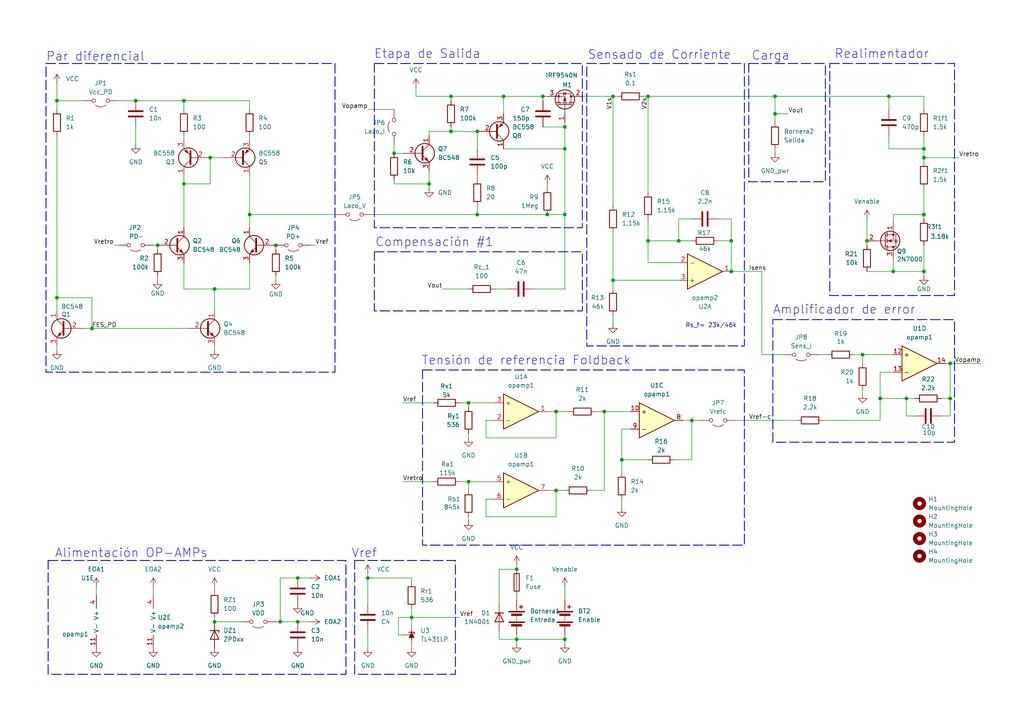
<source format=kicad_sch>
(kicad_sch (version 20231120) (generator "eeschema") (generator_version "8.0")
  (paper "A4")
  (title_block (title "Regulador lineal") (date "2024-10-19") (rev "2"))
  (junction (at 255.27 115.57))
  (junction (at 163.83 43.18))
  (junction (at 259.08 78.74))
  (junction (at 163.83 185.42))
  (junction (at 267.97 78.74))
  (junction (at 45.72 71.12))
  (junction (at 175.26 119.38))
  (junction (at 187.96 27.94))
  (junction (at 177.8 27.94))
  (junction (at 106.68 167.64))
  (junction (at 257.81 27.94))
  (junction (at 80.01 71.12))
  (junction (at 119.38 179.07))
  (junction (at 81.28 180.34))
  (junction (at 149.86 165.1))
  (junction (at 135.89 139.7))
  (junction (at 130.81 38.1))
  (junction (at 163.83 62.23))
  (junction (at 275.59 115.57))
  (junction (at 161.29 119.38))
  (junction (at 196.85 69.85))
  (junction (at 262.89 115.57))
  (junction (at 275.59 105.41))
  (junction (at 60.96 45.72))
  (junction (at 86.36 180.34))
  (junction (at 135.89 116.84))
  (junction (at 200.66 121.92))
  (junction (at 62.23 83.82))
  (junction (at 251.46 69.85))
  (junction (at 161.29 142.24))
  (junction (at 146.05 27.94))
  (junction (at 267.97 62.23))
  (junction (at 53.34 29.21))
  (junction (at 138.43 38.1))
  (junction (at 212.09 69.85))
  (junction (at 180.34 133.35))
  (junction (at 124.46 53.34))
  (junction (at 224.79 27.94))
  (junction (at 130.81 27.94))
  (junction (at 16.51 86.36))
  (junction (at 157.48 27.94))
  (junction (at 26.67 95.25))
  (junction (at 250.19 102.87))
  (junction (at 267.97 43.18))
  (junction (at 53.34 53.34))
  (junction (at 158.75 62.23))
  (junction (at 114.3 44.45))
  (junction (at 212.09 78.74))
  (junction (at 149.86 185.42))
  (junction (at 187.96 69.85))
  (junction (at 224.79 33.02))
  (junction (at 163.83 36.83))
  (junction (at 267.97 45.72))
  (junction (at 16.51 29.21))
  (junction (at 62.23 180.34))
  (junction (at 39.37 29.21))
  (junction (at 86.36 167.64))
  (junction (at 72.39 62.23))
  (junction (at 177.8 81.28))
  (junction (at 138.43 62.23))
  (wire (pts (xy 140.97 121.92) (xy 140.97 127)))
  (wire (pts (xy 267.97 71.12) (xy 267.97 78.74)))
  (wire (pts (xy 247.65 102.87) (xy 250.19 102.87)))
  (wire (pts (xy 262.89 115.57) (xy 255.27 115.57)))
  (wire (pts (xy 195.58 133.35) (xy 200.66 133.35)))
  (wire (pts (xy 106.68 166.37) (xy 106.68 167.64)))
  (wire (pts (xy 62.23 170.18) (xy 62.23 171.45)))
  (wire (pts (xy 140.97 127) (xy 161.29 127)))
  (wire (pts (xy 200.66 121.92) (xy 198.12 121.92)))
  (wire (pts (xy 130.81 27.94) (xy 130.81 29.21)))
  (wire (pts (xy 200.66 133.35) (xy 200.66 121.92)))
  (wire (pts (xy 16.51 24.13) (xy 16.51 29.21)))
  (wire (pts (xy 212.09 69.85) (xy 212.09 78.74)))
  (wire (pts (xy 251.46 63.5) (xy 251.46 69.85)))
  (wire (pts (xy 115.57 179.07) (xy 119.38 179.07)))
  (wire (pts (xy 53.34 29.21) (xy 72.39 29.21)))
  (wire (pts (xy 62.23 179.07) (xy 62.23 180.34)))
  (wire (pts (xy 187.96 69.85) (xy 187.96 76.2)))
  (wire (pts (xy 149.86 165.1) (xy 144.78 165.1)))
  (wire (pts (xy 135.89 125.73) (xy 135.89 127)))
  (wire (pts (xy 203.2 121.92) (xy 200.66 121.92)))
  (wire (pts (xy 161.29 142.24) (xy 163.83 142.24)))
  (wire (pts (xy 212.09 63.5) (xy 212.09 69.85)))
  (wire (pts (xy 224.79 27.94) (xy 257.81 27.94)))
  (wire (pts (xy 187.96 27.94) (xy 224.79 27.94)))
  (wire (pts (xy 175.26 142.24) (xy 175.26 119.38)))
  (wire (pts (xy 158.75 53.34) (xy 158.75 54.61)))
  (wire (pts (xy 140.97 144.78) (xy 140.97 149.86)))
  (wire (pts (xy 163.83 43.18) (xy 163.83 62.23)))
  (wire (pts (xy 180.34 133.35) (xy 187.96 133.35)))
  (wire (pts (xy 124.46 53.34) (xy 124.46 54.61)))
  (wire (pts (xy 138.43 52.07) (xy 138.43 50.8)))
  (wire (pts (xy 114.3 52.07) (xy 114.3 53.34)))
  (wire (pts (xy 212.09 63.5) (xy 208.28 63.5)))
  (wire (pts (xy 255.27 115.57) (xy 255.27 121.92)))
  (wire (pts (xy 177.8 81.28) (xy 177.8 83.82)))
  (wire (pts (xy 119.38 176.53) (xy 119.38 179.07)))
  (wire (pts (xy 144.78 165.1) (xy 144.78 175.26)))
  (wire (pts (xy 171.45 142.24) (xy 175.26 142.24)))
  (wire (pts (xy 53.34 29.21) (xy 53.34 31.75)))
  (wire (pts (xy 238.76 121.92) (xy 255.27 121.92)))
  (wire (pts (xy 116.84 139.7) (xy 125.73 139.7)))
  (wire (pts (xy 26.67 86.36) (xy 26.67 95.25)))
  (wire (pts (xy 45.72 71.12) (xy 45.72 72.39)))
  (wire (pts (xy 275.59 115.57) (xy 275.59 120.65)))
  (wire (pts (xy 224.79 33.02) (xy 224.79 35.56)))
  (wire (pts (xy 119.38 186.69) (xy 119.38 187.96)))
  (wire (pts (xy 106.68 31.75) (xy 114.3 31.75)))
  (wire (pts (xy 251.46 69.85) (xy 251.46 71.12)))
  (wire (pts (xy 180.34 124.46) (xy 180.34 133.35)))
  (wire (pts (xy 157.48 27.94) (xy 158.75 27.94)))
  (wire (pts (xy 267.97 78.74) (xy 267.97 80.01)))
  (wire (pts (xy 196.85 76.2) (xy 187.96 76.2)))
  (wire (pts (xy 16.51 86.36) (xy 16.51 90.17)))
  (wire (pts (xy 251.46 78.74) (xy 259.08 78.74)))
  (wire (pts (xy 119.38 179.07) (xy 133.35 179.07)))
  (wire (pts (xy 116.84 184.15) (xy 115.57 184.15)))
  (wire (pts (xy 186.69 27.94) (xy 187.96 27.94)))
  (wire (pts (xy 135.89 142.24) (xy 135.89 139.7)))
  (wire (pts (xy 275.59 105.41) (xy 274.32 105.41)))
  (wire (pts (xy 39.37 36.83) (xy 39.37 41.91)))
  (wire (pts (xy 24.13 95.25) (xy 26.67 95.25)))
  (wire (pts (xy 180.34 124.46) (xy 182.88 124.46)))
  (wire (pts (xy 267.97 45.72) (xy 267.97 46.99)))
  (wire (pts (xy 72.39 83.82) (xy 72.39 76.2)))
  (wire (pts (xy 228.6 33.02) (xy 224.79 33.02)))
  (wire (pts (xy 146.05 27.94) (xy 157.48 27.94)))
  (wire (pts (xy 130.81 27.94) (xy 146.05 27.94)))
  (wire (pts (xy 158.75 142.24) (xy 161.29 142.24)))
  (wire (pts (xy 257.81 43.18) (xy 267.97 43.18)))
  (wire (pts (xy 124.46 49.53) (xy 124.46 53.34)))
  (wire (pts (xy 144.78 185.42) (xy 144.78 182.88)))
  (wire (pts (xy 208.28 69.85) (xy 212.09 69.85)))
  (wire (pts (xy 275.59 120.65) (xy 273.05 120.65)))
  (wire (pts (xy 44.45 170.18) (xy 44.45 172.72)))
  (wire (pts (xy 267.97 43.18) (xy 267.97 45.72)))
  (wire (pts (xy 86.36 167.64) (xy 90.17 167.64)))
  (wire (pts (xy 80.01 180.34) (xy 81.28 180.34)))
  (wire (pts (xy 44.45 71.12) (xy 45.72 71.12)))
  (wire (pts (xy 120.65 27.94) (xy 130.81 27.94)))
  (wire (pts (xy 168.91 27.94) (xy 177.8 27.94)))
  (wire (pts (xy 130.81 38.1) (xy 130.81 36.83)))
  (wire (pts (xy 187.96 69.85) (xy 196.85 69.85)))
  (wire (pts (xy 80.01 80.01) (xy 80.01 81.28)))
  (wire (pts (xy 182.88 119.38) (xy 175.26 119.38)))
  (wire (pts (xy 16.51 29.21) (xy 16.51 31.75)))
  (wire (pts (xy 143.51 83.82) (xy 147.32 83.82)))
  (wire (pts (xy 149.86 185.42) (xy 149.86 186.69)))
  (wire (pts (xy 72.39 62.23) (xy 97.79 62.23)))
  (wire (pts (xy 34.29 29.21) (xy 39.37 29.21)))
  (wire (pts (xy 200.66 63.5) (xy 196.85 63.5)))
  (wire (pts (xy 81.28 167.64) (xy 86.36 167.64)))
  (wire (pts (xy 250.19 113.03) (xy 250.19 114.3)))
  (wire (pts (xy 161.29 149.86) (xy 161.29 142.24)))
  (wire (pts (xy 275.59 105.41) (xy 284.48 105.41)))
  (wire (pts (xy 81.28 180.34) (xy 86.36 180.34)))
  (wire (pts (xy 62.23 83.82) (xy 62.23 90.17)))
  (wire (pts (xy 149.86 172.72) (xy 149.86 173.99)))
  (wire (pts (xy 114.3 53.34) (xy 124.46 53.34)))
  (wire (pts (xy 120.65 27.94) (xy 120.65 25.4)))
  (wire (pts (xy 53.34 50.8) (xy 53.34 53.34)))
  (wire (pts (xy 267.97 45.72) (xy 278.13 45.72)))
  (wire (pts (xy 273.05 115.57) (xy 275.59 115.57)))
  (wire (pts (xy 138.43 38.1) (xy 138.43 43.18)))
  (wire (pts (xy 275.59 105.41) (xy 275.59 115.57)))
  (wire (pts (xy 72.39 39.37) (xy 72.39 40.64)))
  (wire (pts (xy 33.02 71.12) (xy 34.29 71.12)))
  (wire (pts (xy 227.33 102.87) (xy 220.98 102.87)))
  (wire (pts (xy 60.96 45.72) (xy 60.96 53.34)))
  (wire (pts (xy 257.81 31.75) (xy 257.81 27.94)))
  (wire (pts (xy 259.08 62.23) (xy 259.08 64.77)))
  (wire (pts (xy 62.23 83.82) (xy 72.39 83.82)))
  (wire (pts (xy 60.96 53.34) (xy 53.34 53.34)))
  (wire (pts (xy 119.38 179.07) (xy 119.38 181.61)))
  (wire (pts (xy 138.43 59.69) (xy 138.43 62.23)))
  (wire (pts (xy 187.96 63.5) (xy 187.96 69.85)))
  (wire (pts (xy 163.83 36.83) (xy 163.83 43.18)))
  (wire (pts (xy 177.8 91.44) (xy 177.8 93.98)))
  (wire (pts (xy 115.57 184.15) (xy 115.57 179.07)))
  (wire (pts (xy 177.8 27.94) (xy 177.8 59.69)))
  (wire (pts (xy 81.28 167.64) (xy 81.28 180.34)))
  (wire (pts (xy 187.96 27.94) (xy 187.96 55.88)))
  (wire (pts (xy 114.3 41.91) (xy 114.3 44.45)))
  (wire (pts (xy 250.19 105.41) (xy 250.19 102.87)))
  (wire (pts (xy 135.89 116.84) (xy 143.51 116.84)))
  (wire (pts (xy 262.89 120.65) (xy 265.43 120.65)))
  (wire (pts (xy 53.34 76.2) (xy 53.34 83.82)))
  (wire (pts (xy 140.97 149.86) (xy 161.29 149.86)))
  (wire (pts (xy 180.34 144.78) (xy 180.34 147.32)))
  (wire (pts (xy 143.51 144.78) (xy 140.97 144.78)))
  (wire (pts (xy 212.09 78.74) (xy 220.98 78.74)))
  (wire (pts (xy 146.05 43.18) (xy 163.83 43.18)))
  (wire (pts (xy 149.86 185.42) (xy 163.83 185.42)))
  (wire (pts (xy 224.79 27.94) (xy 224.79 33.02)))
  (wire (pts (xy 149.86 185.42) (xy 144.78 185.42)))
  (wire (pts (xy 259.08 102.87) (xy 250.19 102.87)))
  (wire (pts (xy 255.27 115.57) (xy 255.27 107.95)))
  (wire (pts (xy 257.81 27.94) (xy 267.97 27.94)))
  (wire (pts (xy 26.67 95.25) (xy 54.61 95.25)))
  (wire (pts (xy 16.51 29.21) (xy 24.13 29.21)))
  (wire (pts (xy 116.84 116.84) (xy 125.73 116.84)))
  (wire (pts (xy 255.27 107.95) (xy 259.08 107.95)))
  (wire (pts (xy 72.39 62.23) (xy 72.39 66.04)))
  (wire (pts (xy 149.86 184.15) (xy 149.86 185.42)))
  (wire (pts (xy 220.98 102.87) (xy 220.98 78.74)))
  (wire (pts (xy 45.72 81.28) (xy 45.72 80.01)))
  (wire (pts (xy 213.36 121.92) (xy 231.14 121.92)))
  (wire (pts (xy 163.83 184.15) (xy 163.83 185.42)))
  (wire (pts (xy 114.3 44.45) (xy 116.84 44.45)))
  (wire (pts (xy 53.34 53.34) (xy 53.34 66.04)))
  (wire (pts (xy 135.89 139.7) (xy 143.51 139.7)))
  (wire (pts (xy 16.51 39.37) (xy 16.51 86.36)))
  (wire (pts (xy 259.08 78.74) (xy 267.97 78.74)))
  (wire (pts (xy 259.08 62.23) (xy 267.97 62.23)))
  (wire (pts (xy 90.17 71.12) (xy 91.44 71.12)))
  (wire (pts (xy 177.8 67.31) (xy 177.8 81.28)))
  (wire (pts (xy 133.35 139.7) (xy 135.89 139.7)))
  (wire (pts (xy 180.34 133.35) (xy 180.34 137.16)))
  (wire (pts (xy 146.05 27.94) (xy 146.05 33.02)))
  (wire (pts (xy 53.34 83.82) (xy 62.23 83.82)))
  (wire (pts (xy 27.94 170.18) (xy 27.94 172.72)))
  (wire (pts (xy 172.72 119.38) (xy 175.26 119.38)))
  (wire (pts (xy 265.43 115.57) (xy 262.89 115.57)))
  (wire (pts (xy 267.97 43.18) (xy 267.97 39.37)))
  (wire (pts (xy 196.85 69.85) (xy 200.66 69.85)))
  (wire (pts (xy 196.85 81.28) (xy 177.8 81.28)))
  (wire (pts (xy 257.81 43.18) (xy 257.81 39.37)))
  (wire (pts (xy 161.29 127) (xy 161.29 119.38)))
  (wire (pts (xy 224.79 43.18) (xy 224.79 44.45)))
  (wire (pts (xy 135.89 149.86) (xy 135.89 151.13)))
  (wire (pts (xy 163.83 62.23) (xy 163.83 83.82)))
  (wire (pts (xy 124.46 38.1) (xy 124.46 39.37)))
  (wire (pts (xy 177.8 27.94) (xy 179.07 27.94)))
  (wire (pts (xy 267.97 27.94) (xy 267.97 31.75)))
  (wire (pts (xy 158.75 62.23) (xy 163.83 62.23)))
  (wire (pts (xy 133.35 116.84) (xy 135.89 116.84)))
  (wire (pts (xy 53.34 39.37) (xy 53.34 40.64)))
  (wire (pts (xy 86.36 180.34) (xy 90.17 180.34)))
  (wire (pts (xy 60.96 45.72) (xy 64.77 45.72)))
  (wire (pts (xy 138.43 62.23) (xy 158.75 62.23)))
  (wire (pts (xy 80.01 71.12) (xy 80.01 72.39)))
  (wire (pts (xy 128.27 83.82) (xy 135.89 83.82)))
  (wire (pts (xy 124.46 38.1) (xy 130.81 38.1)))
  (wire (pts (xy 106.68 182.88) (xy 106.68 187.96)))
  (wire (pts (xy 72.39 29.21) (xy 72.39 31.75)))
  (wire (pts (xy 72.39 50.8) (xy 72.39 62.23)))
  (wire (pts (xy 259.08 78.74) (xy 259.08 74.93)))
  (wire (pts (xy 158.75 119.38) (xy 161.29 119.38)))
  (wire (pts (xy 161.29 119.38) (xy 165.1 119.38)))
  (wire (pts (xy 39.37 29.21) (xy 53.34 29.21)))
  (wire (pts (xy 262.89 115.57) (xy 262.89 120.65)))
  (wire (pts (xy 119.38 167.64) (xy 106.68 167.64)))
  (wire (pts (xy 163.83 83.82) (xy 154.94 83.82)))
  (wire (pts (xy 267.97 54.61) (xy 267.97 62.23)))
  (wire (pts (xy 163.83 36.83) (xy 163.83 35.56)))
  (wire (pts (xy 240.03 102.87) (xy 237.49 102.87)))
  (wire (pts (xy 157.48 27.94) (xy 157.48 29.21)))
  (wire (pts (xy 107.95 62.23) (xy 138.43 62.23)))
  (wire (pts (xy 62.23 100.33) (xy 62.23 101.6)))
  (wire (pts (xy 119.38 167.64) (xy 119.38 168.91)))
  (wire (pts (xy 135.89 118.11) (xy 135.89 116.84)))
  (wire (pts (xy 16.51 86.36) (xy 26.67 86.36)))
  (wire (pts (xy 149.86 163.83) (xy 149.86 165.1)))
  (wire (pts (xy 157.48 36.83) (xy 163.83 36.83)))
  (wire (pts (xy 163.83 185.42) (xy 163.83 186.69)))
  (wire (pts (xy 130.81 38.1) (xy 138.43 38.1)))
  (wire (pts (xy 62.23 180.34) (xy 69.85 180.34)))
  (wire (pts (xy 106.68 167.64) (xy 106.68 175.26)))
  (wire (pts (xy 143.51 121.92) (xy 140.97 121.92)))
  (wire (pts (xy 163.83 170.18) (xy 163.83 173.99)))
  (wire (pts (xy 196.85 63.5) (xy 196.85 69.85)))
  (wire (pts (xy 16.51 100.33) (xy 16.51 101.6)))
  (wire (pts (xy 267.97 62.23) (xy 267.97 63.5)))
  (rectangle (start 108.585 18.415) (end 168.91 66.04) (stroke (width 0.254) (type dash)))
  (rectangle (start 240.665 18.415) (end 276.86 85.725) (stroke (width 0.254) (type dash)))
  (rectangle (start 108.585 73.025) (end 168.91 90.17) (stroke (width 0.254) (type dash)))
  (rectangle (start 13.97 162.56) (end 100.33 195.58) (stroke (width 0.254) (type dash)))
  (rectangle (start 122.555 107.315) (end 215.9 158.115) (stroke (width 0.254) (type dash)))
  (rectangle (start 170.18 18.415) (end 215.9 100.33) (stroke (width 0.254) (type dash)))
  (rectangle (start 13.335 18.415) (end 97.155 107.95) (stroke (width 0.254) (type dash)))
  (rectangle (start 217.17 18.415) (end 239.395 52.705) (stroke (width 0.254) (type dash)))
  (rectangle (start 224.155 92.71) (end 276.86 128.27) (stroke (width 0.254) (type dash)))
  (rectangle (start 102.87 162.56) (end 132.08 195.58) (stroke (width 0.254) (type dash)))
  (text "Par diferencial" (at 27.686 16.51 0) (effects (font (size 2.54 2.54))))
  (text "Realimentador" (at 255.778 15.748 0) (effects (font (size 2.54 2.54))))
  (text "Etapa de Salida" (at 123.952 15.748 0) (effects (font (size 2.54 2.54))))
  (text "Vref" (at 105.664 160.528 0) (effects (font (size 2.54 2.54))))
  (text "Carga" (at 223.52 16.256 0) (effects (font (size 2.54 2.54))))
  (text "Amplificador de error" (at 244.856 89.916 0) (effects (font (size 2.54 2.54))))
  (text "Sensado de Corriente" (at 191.262 16.002 0) (effects (font (size 2.54 2.54))))
  (text "Alimentación OP-AMPs" (at 38.1 160.528 0) (effects (font (size 2.54 2.54))))
  (text "Tensión de referencia Foldback" (at 152.654 104.648 0) (effects (font (size 2.54 2.54))))
  (text "Rs_f= 23k/46k" (at 206.248 94.488 0) (effects (font (size 1.27 1.27))))
  (text "Compensación #1" (at 125.984 70.358 0) (effects (font (size 2.54 2.54))))
  (label "Vref-c" (at 217.17 121.92 0))
  (label "FES_PD" (at 26.67 95.25 0))
  (label "Vopamp" (at 106.68 31.75 180))
  (label "Vref" (at 133.35 179.07 0))
  (label "Vretro" (at 33.02 71.12 180))
  (label "Vref" (at 91.44 71.12 0))
  (label "V2s" (at 187.96 31.75 90))
  (label "Isens" (at 217.17 78.74 0))
  (label "Vout" (at 128.27 83.82 180))
  (label "Vopamp" (at 284.48 105.41 180))
  (label "V1s" (at 177.8 31.75 90))
  (label "Vout" (at 228.6 33.02 0))
  (label "Vref" (at 116.84 116.84 0))
  (label "Vretro" (at 116.84 139.7 0))
  (label "Vretro" (at 278.13 45.72 0))
  (symbol (lib_id "Device:R") (at 267.97 67.31 0) (mirror x) (unit 1)
    (property "Reference" "R3f1" (at 273.304 65.786 0) (effects (justify right)))
    (property "Value" "3.18k" (at 275.336 68.58 0) (effects (justify right)))
    (property "Footprint" "Resistor_THT:R_Axial_DIN0207_L6.3mm_D2.5mm_P10.16mm_Horizontal" (effects (hide yes)))
    (property "Description" "Resistor" (effects (hide yes)))
  )
  (symbol (lib_id "Diode:ZPDxx") (at 62.23 184.15 270) (unit 1)
    (property "Reference" "DZ1" (at 64.77 182.8799 90) (effects (justify left)))
    (property "Value" "ZPDxx" (at 64.77 185.4199 90) (effects (justify left)))
    (property "Footprint" "Diode_THT:D_DO-35_SOD27_P10.16mm_Horizontal" (effects (hide yes)))
    (property "Datasheet" "http://diotec.com/tl_files/diotec/files/pdf/datasheets/zpd1" (effects (hide yes)))
    (property "Description" "500mW Zener Diode, DO-35" (effects (hide yes)))
  )
  (symbol (lib_id "power:GND") (at 80.01 81.28 0) (unit 1)
    (property "Reference" "#PWR012" (effects (hide yes)))
    (property "Value" "GND" (at 77.978 85.344 0) (effects (justify left)))
    (property "Description" "Power symbol creates a global label with name \"GND\" , ground" (effects (hide yes)))
  )
  (symbol (lib_id "Device:Opamp_Quad") (at 266.7 105.41 0) (unit 4)
    (property "Reference" "U1" (at 266.7 95.25 0))
    (property "Value" "opamp1" (at 266.7 97.79 0))
    (property "Footprint" "Package_DIP:DIP-14_W7.62mm_Socket" (effects (hide yes)))
    (property "Description" "Quad operational amplifier" (effects (hide yes)))
    (property "Sim.Library" "${KICAD7_SYMBOL_DIR}/Simulation_SPICE.sp" (effects (hide yes)))
    (property "Sim.Name" "kicad_builtin_opamp_quad" (effects (hide yes)))
    (property "Sim.Device" "SUBCKT" (effects (hide yes)))
    (property "Sim.Pins" "1=out1 2=in1- 3=in1+ 4=vcc 5=in2+ 6=in2- 7=out2 8=out3 9=in3- 10=in3+ 11=vee 12=in4+ 13=in4- 14=out4" (effects (hide yes)))
  )
  (symbol (lib_id "Device:R") (at 129.54 139.7 90) (unit 1)
    (property "Reference" "Ra1" (at 129.794 134.62 90))
    (property "Value" "115k" (at 129.794 137.16 90))
    (property "Footprint" "Resistor_THT:R_Axial_DIN0207_L6.3mm_D2.5mm_P10.16mm_Horizontal" (effects (hide yes)))
    (property "Description" "Resistor" (effects (hide yes)))
  )
  (symbol (lib_id "Device:R") (at 187.96 59.69 0) (unit 1)
    (property "Reference" "R15" (at 190.5 58.4199 0) (effects (justify left)))
    (property "Value" "1.15k" (at 190.5 60.9599 0) (effects (justify left)))
    (property "Footprint" "Resistor_THT:R_Axial_DIN0207_L6.3mm_D2.5mm_P10.16mm_Horizontal" (effects (hide yes)))
    (property "Description" "Resistor" (effects (hide yes)))
  )
  (symbol (lib_id "Mechanical:MountingHole") (at 266.7 146.05 0) (unit 1) (exclude_from_sim yes) (in_bom no)
    (property "Reference" "H1" (at 269.24 144.7799 0) (effects (justify left)))
    (property "Value" "MountingHole" (at 269.24 147.3199 0) (effects (justify left)))
    (property "Footprint" "MountingHole:MountingHole_2.1mm" (effects (hide yes)))
    (property "Description" "Mounting Hole without connection" (effects (hide yes)))
  )
  (symbol (lib_id "power:VCC") (at 120.65 25.4 0) (unit 1)
    (property "Reference" "#PWR020" (effects (hide yes)))
    (property "Value" "VCC" (at 120.65 20.32 0))
    (property "Description" "Power symbol creates a global label with name \"VCC\"" (effects (hide yes)))
  )
  (symbol (lib_id "Transistor_BJT:BC548") (at 50.8 71.12 0) (unit 1)
    (property "Reference" "Q2" (at 55.88 69.8499 0) (effects (justify left)))
    (property "Value" "BC548" (at 55.88 72.3899 0) (effects (justify left)))
    (property "Footprint" "Package_TO_SOT_THT:TO-92_HandSolder" (effects (hide yes)))
    (property "Datasheet" "https://www.onsemi.com/pub/Collateral/BC550-D.pdf" (effects (hide yes)))
    (property "Description" "0.1A Ic, 30V Vce, Small Signal NPN Transistor, TO-92" (effects (hide yes)))
  )
  (symbol (lib_id "power:VCC") (at 44.45 170.18 0) (unit 1)
    (property "Reference" "#PWR06" (effects (hide yes)))
    (property "Value" "EOA2" (at 44.45 165.1 0))
    (property "Description" "Power symbol creates a global label with name \"VCC\"" (effects (hide yes)))
  )
  (symbol (lib_id "power:GND") (at 224.79 44.45 0) (unit 1)
    (property "Reference" "#PWR031" (effects (hide yes)))
    (property "Value" "GND_pwr" (at 224.79 49.53 0))
    (property "Description" "Power symbol creates a global label with name \"GND\" , ground" (effects (hide yes)))
  )
  (symbol (lib_id "Device:Opamp_Quad") (at 46.99 180.34 0) (unit 5)
    (property "Reference" "U2" (at 45.72 179.0699 0) (effects (justify left)))
    (property "Value" "opamp2" (at 45.72 181.6099 0) (effects (justify left)))
    (property "Footprint" "Package_DIP:DIP-14_W7.62mm_Socket" (effects (hide yes)))
    (property "Description" "Quad operational amplifier" (effects (hide yes)))
    (property "Sim.Library" "${KICAD7_SYMBOL_DIR}/Simulation_SPICE.sp" (effects (hide yes)))
    (property "Sim.Name" "kicad_builtin_opamp_quad" (effects (hide yes)))
    (property "Sim.Device" "SUBCKT" (effects (hide yes)))
    (property "Sim.Pins" "1=out1 2=in1- 3=in1+ 4=vcc 5=in2+ 6=in2- 7=out2 8=out3 9=in3- 10=in3+ 11=vee 12=in4+ 13=in4- 14=out4" (effects (hide yes)))
  )
  (symbol (lib_id "Device:Opamp_Quad") (at 151.13 142.24 0) (unit 2)
    (property "Reference" "U1" (at 151.13 132.08 0))
    (property "Value" "opamp1" (at 151.13 134.62 0))
    (property "Footprint" "Package_DIP:DIP-14_W7.62mm_Socket" (effects (hide yes)))
    (property "Description" "Quad operational amplifier" (effects (hide yes)))
    (property "Sim.Library" "${KICAD7_SYMBOL_DIR}/Simulation_SPICE.sp" (effects (hide yes)))
    (property "Sim.Name" "kicad_builtin_opamp_quad" (effects (hide yes)))
    (property "Sim.Device" "SUBCKT" (effects (hide yes)))
    (property "Sim.Pins" "1=out1 2=in1- 3=in1+ 4=vcc 5=in2+ 6=in2- 7=out2 8=out3 9=in3- 10=in3+ 11=vee 12=in4+ 13=in4- 14=out4" (effects (hide yes)))
  )
  (symbol (lib_id "Diode:1N4001") (at 144.78 179.07 270) (unit 1)
    (property "Reference" "D1" (at 142.24 177.7999 90) (effects (justify right)))
    (property "Value" "1N4001" (at 142.24 180.3399 90) (effects (justify right)))
    (property "Footprint" "Diode_THT:D_DO-41_SOD81_P10.16mm_Horizontal" (effects (hide yes)))
    (property "Datasheet" "http://www.vishay.com/docs/88503/1n4001.pdf" (effects (hide yes)))
    (property "Description" "50V 1A General Purpose Rectifier Diode, DO-41" (effects (hide yes)))
    (property "Sim.Device" "D" (effects (hide yes)))
    (property "Sim.Pins" "1=K 2=A" (effects (hide yes)))
  )
  (symbol (lib_id "Device:R") (at 168.91 119.38 90) (unit 1)
    (property "Reference" "R11" (at 168.91 113.03 90))
    (property "Value" "2k" (at 168.91 115.57 90))
    (property "Footprint" "Resistor_THT:R_Axial_DIN0207_L6.3mm_D2.5mm_P10.16mm_Horizontal" (effects (hide yes)))
    (property "Description" "Resistor" (effects (hide yes)))
  )
  (symbol (lib_id "Device:Opamp_Quad") (at 25.4 180.34 0) (mirror y) (unit 5)
    (property "Reference" "U1" (at 25.4 167.64 0))
    (property "Value" "opamp1" (at 21.844 183.896 0))
    (property "Footprint" "Package_DIP:DIP-14_W7.62mm_Socket" (effects (hide yes)))
    (property "Description" "Quad operational amplifier" (effects (hide yes)))
    (property "Sim.Library" "${KICAD7_SYMBOL_DIR}/Simulation_SPICE.sp" (effects (hide yes)))
    (property "Sim.Name" "kicad_builtin_opamp_quad" (effects (hide yes)))
    (property "Sim.Device" "SUBCKT" (effects (hide yes)))
    (property "Sim.Pins" "1=out1 2=in1- 3=in1+ 4=vcc 5=in2+ 6=in2- 7=out2 8=out3 9=in3- 10=in3+ 11=vee 12=in4+ 13=in4- 14=out4" (effects (hide yes)))
  )
  (symbol (lib_id "power:GND") (at 180.34 147.32 0) (unit 1)
    (property "Reference" "#PWR030" (effects (hide yes)))
    (property "Value" "GND" (at 180.34 152.4 0))
    (property "Description" "Power symbol creates a global label with name \"GND\" , ground" (effects (hide yes)))
  )
  (symbol (lib_id "Device:C") (at 204.47 63.5 90) (unit 1)
    (property "Reference" "C8" (at 204.47 55.88 90))
    (property "Value" "2.2n" (at 204.47 58.42 90))
    (property "Footprint" "Capacitor_THT:C_Disc_D4.3mm_W1.9mm_P5.00mm" (effects (hide yes)))
    (property "Description" "Unpolarized capacitor" (effects (hide yes)))
  )
  (symbol (lib_id "power:GND") (at 16.51 101.6 0) (unit 1)
    (property "Reference" "#PWR02" (effects (hide yes)))
    (property "Value" "GND" (at 16.51 106.68 0))
    (property "Description" "Power symbol creates a global label with name \"GND\" , ground" (effects (hide yes)))
  )
  (symbol (lib_id "Device:Fuse") (at 149.86 168.91 0) (unit 1)
    (property "Reference" "F1" (at 152.4 167.6399 0) (effects (justify left)))
    (property "Value" "Fuse" (at 152.4 170.1799 0) (effects (justify left)))
    (property "Footprint" "Resistor_SMD:R_1206_3216Metric_Pad1.30x1.75mm_HandSolder" (effects (hide yes)))
    (property "Description" "Fuse" (effects (hide yes)))
  )
  (symbol (lib_id "power:GND") (at 177.8 93.98 0) (unit 1)
    (property "Reference" "#PWR029" (effects (hide yes)))
    (property "Value" "GND" (at 177.8 99.06 0))
    (property "Description" "Power symbol creates a global label with name \"GND\" , ground" (effects (hide yes)))
  )
  (symbol (lib_id "Device:C") (at 138.43 46.99 0) (unit 1)
    (property "Reference" "C5" (at 142.24 45.7199 0) (effects (justify left)))
    (property "Value" "100p" (at 142.24 48.2599 0) (effects (justify left)))
    (property "Footprint" "Capacitor_THT:C_Disc_D4.3mm_W1.9mm_P5.00mm" (effects (hide yes)))
    (property "Description" "Unpolarized capacitor" (effects (hide yes)))
  )
  (symbol (lib_id "Transistor_BJT:BC548") (at 59.69 95.25 0) (unit 1)
    (property "Reference" "Q4" (at 64.77 93.9799 0) (effects (justify left)))
    (property "Value" "BC548" (at 64.77 96.5199 0) (effects (justify left)))
    (property "Footprint" "Package_TO_SOT_THT:TO-92_HandSolder" (effects (hide yes)))
    (property "Datasheet" "https://www.onsemi.com/pub/Collateral/BC550-D.pdf" (effects (hide yes)))
    (property "Description" "0.1A Ic, 30V Vce, Small Signal NPN Transistor, TO-92" (effects (hide yes)))
  )
  (symbol (lib_id "power:VCC") (at 27.94 170.18 0) (unit 1)
    (property "Reference" "#PWR03" (effects (hide yes)))
    (property "Value" "EOA1" (at 27.94 165.1 0))
    (property "Description" "Power symbol creates a global label with name \"VCC\"" (effects (hide yes)))
  )
  (symbol (lib_id "power:GND") (at 45.72 81.28 0) (unit 1)
    (property "Reference" "#PWR08" (effects (hide yes)))
    (property "Value" "GND" (at 45.72 85.09 0))
    (property "Description" "Power symbol creates a global label with name \"GND\" , ground" (effects (hide yes)))
  )
  (symbol (lib_id "Device:R") (at 72.39 35.56 180) (unit 1)
    (property "Reference" "R4" (at 74.93 34.2899 0) (effects (justify right)))
    (property "Value" "100" (at 74.93 36.8299 0) (effects (justify right)))
    (property "Footprint" "Resistor_THT:R_Axial_DIN0207_L6.3mm_D2.5mm_P10.16mm_Horizontal" (effects (hide yes)))
    (property "Description" "Resistor" (effects (hide yes)))
  )
  (symbol (lib_id "Device:R") (at 158.75 58.42 0) (mirror x) (unit 1)
    (property "Reference" "R9" (at 156.21 57.1499 0) (effects (justify right)))
    (property "Value" "1Meg" (at 156.21 59.6899 0) (effects (justify right)))
    (property "Footprint" "Resistor_THT:R_Axial_DIN0207_L6.3mm_D2.5mm_P5.08mm_Vertical" (effects (hide yes)))
    (property "Description" "Resistor" (effects (hide yes)))
  )
  (symbol (lib_id "Transistor_FET:IRF9540N") (at 163.83 30.48 270) (mirror x) (unit 1)
    (property "Reference" "M1" (at 163.068 24.638 90) (effects (justify left)))
    (property "Value" "IRF9540N" (at 158.242 21.844 90) (effects (justify left)))
    (property "Footprint" "Package_TO_SOT_THT:TO-220-3_Vertical" (effects (hide yes)))
    (property "Datasheet" "http://www.irf.com/product-info/datasheets/data/irf9540n.pdf" (effects (hide yes)))
    (property "Description" "-23A Id, -100V Vds, 117mOhm Rds, P-Channel HEXFET Power MOSFET, TO-220" (effects (hide yes)))
  )
  (symbol (lib_id "Jumper:Jumper_2_Open") (at 74.93 180.34 0) (mirror x) (unit 1) (exclude_from_sim yes)
    (property "Reference" "JP3" (at 74.93 175.26 0))
    (property "Value" "VDD" (at 74.93 177.8 0))
    (property "Footprint" "Connector_PinHeader_2.54mm:PinHeader_1x02_P2.54mm_Vertical" (effects (hide yes)))
    (property "Description" "Jumper, 2-pole, open" (effects (hide yes)))
  )
  (symbol (lib_id "Transistor_BJT:BC548") (at 74.93 71.12 0) (mirror y) (unit 1)
    (property "Reference" "Q6" (at 69.85 69.8499 0) (effects (justify left)))
    (property "Value" "BC548" (at 69.85 72.3899 0) (effects (justify left)))
    (property "Footprint" "Package_TO_SOT_THT:TO-92_HandSolder" (effects (hide yes)))
    (property "Datasheet" "https://www.onsemi.com/pub/Collateral/BC550-D.pdf" (effects (hide yes)))
    (property "Description" "0.1A Ic, 30V Vce, Small Signal NPN Transistor, TO-92" (effects (hide yes)))
  )
  (symbol (lib_id "power:GND") (at 135.89 127 0) (unit 1)
    (property "Reference" "#PWR022" (effects (hide yes)))
    (property "Value" "GND" (at 135.89 132.08 0))
    (property "Description" "Power symbol creates a global label with name \"GND\" , ground" (effects (hide yes)))
  )
  (symbol (lib_id "Jumper:Jumper_2_Open") (at 208.28 121.92 0) (mirror x) (unit 1) (exclude_from_sim yes)
    (property "Reference" "JP7" (at 208.28 116.84 0))
    (property "Value" "Vrefc" (at 208.28 119.38 0))
    (property "Footprint" "Connector_PinHeader_2.54mm:PinHeader_1x02_P2.54mm_Vertical" (effects (hide yes)))
    (property "Description" "Jumper, 2-pole, open" (effects (hide yes)))
  )
  (symbol (lib_id "power:VCC") (at 149.86 163.83 0) (unit 1)
    (property "Reference" "#PWR024" (effects (hide yes)))
    (property "Value" "VCC" (at 149.86 158.75 0))
    (property "Description" "Power symbol creates a global label with name \"VCC\"" (effects (hide yes)))
  )
  (symbol (lib_id "Jumper:Jumper_2_Open") (at 39.37 71.12 180) (unit 1) (exclude_from_sim yes)
    (property "Reference" "JP2" (at 39.116 66.04 0))
    (property "Value" "PD-" (at 39.624 68.58 0))
    (property "Footprint" "Connector_PinHeader_2.54mm:PinHeader_1x02_P2.54mm_Vertical" (effects (hide yes)))
    (property "Description" "Jumper, 2-pole, open" (effects (hide yes)))
  )
  (symbol (lib_id "Device:R") (at 53.34 35.56 180) (unit 1)
    (property "Reference" "R3" (at 55.88 34.2899 0) (effects (justify right)))
    (property "Value" "100" (at 55.88 36.8299 0) (effects (justify right)))
    (property "Footprint" "Resistor_THT:R_Axial_DIN0207_L6.3mm_D2.5mm_P10.16mm_Horizontal" (effects (hide yes)))
    (property "Description" "Resistor" (effects (hide yes)))
  )
  (symbol (lib_id "power:GND") (at 135.89 151.13 0) (unit 1)
    (property "Reference" "#PWR023" (effects (hide yes)))
    (property "Value" "GND" (at 135.89 156.21 0))
    (property "Description" "Power symbol creates a global label with name \"GND\" , ground" (effects (hide yes)))
  )
  (symbol (lib_id "power:GND") (at 86.36 175.26 0) (unit 1)
    (property "Reference" "#PWR013" (effects (hide yes)))
    (property "Value" "GND" (at 89.154 177.8 0))
    (property "Description" "Power symbol creates a global label with name \"GND\" , ground" (effects (hide yes)))
  )
  (symbol (lib_id "Device:R") (at 182.88 27.94 270) (unit 1)
    (property "Reference" "Rs1" (at 182.88 21.59 90))
    (property "Value" "0.1" (at 182.88 24.13 90))
    (property "Footprint" "Resistor_THT:R_Axial_DIN0918_L18.0mm_D9.0mm_P25.40mm_Horizontal" (effects (hide yes)))
    (property "Description" "Resistor" (effects (hide yes)))
  )
  (symbol (lib_id "Device:C") (at 151.13 83.82 90) (unit 1)
    (property "Reference" "C6" (at 151.13 76.2 90))
    (property "Value" "47n" (at 151.13 78.74 90))
    (property "Footprint" "Capacitor_THT:C_Rect_L4.6mm_W3.0mm_P2.50mm_MKS02_FKP02" (effects (hide yes)))
    (property "Description" "Unpolarized capacitor" (effects (hide yes)))
  )
  (symbol (lib_id "power:GND") (at 27.94 187.96 0) (unit 1)
    (property "Reference" "#PWR04" (effects (hide yes)))
    (property "Value" "GND" (at 27.94 193.04 0))
    (property "Description" "Power symbol creates a global label with name \"GND\" , ground" (effects (hide yes)))
  )
  (symbol (lib_id "power:VCC") (at 16.51 24.13 0) (unit 1)
    (property "Reference" "#PWR01" (effects (hide yes)))
    (property "Value" "VCC" (at 19.05 22.8599 0) (effects (justify left)))
    (property "Description" "Power symbol creates a global label with name \"VCC\"" (effects (hide yes)))
  )
  (symbol (lib_id "Device:R") (at 267.97 50.8 180) (unit 1)
    (property "Reference" "R2f1" (at 270.51 49.5299 0) (effects (justify right)))
    (property "Value" "1.5k" (at 270.51 52.0699 0) (effects (justify right)))
    (property "Footprint" "Resistor_THT:R_Axial_DIN0207_L6.3mm_D2.5mm_P10.16mm_Horizontal" (effects (hide yes)))
    (property "Description" "Resistor" (effects (hide yes)))
  )
  (symbol (lib_id "power:GND") (at 106.68 187.96 0) (unit 1)
    (property "Reference" "#PWR018" (effects (hide yes)))
    (property "Value" "GND" (at 106.68 193.04 0))
    (property "Description" "Power symbol creates a global label with name \"GND\" , ground" (effects (hide yes)))
  )
  (symbol (lib_id "power:GND") (at 86.36 187.96 0) (unit 1)
    (property "Reference" "#PWR014" (effects (hide yes)))
    (property "Value" "GND" (at 86.36 193.04 0))
    (property "Description" "Power symbol creates a global label with name \"GND\" , ground" (effects (hide yes)))
  )
  (symbol (lib_id "power:GND") (at 163.83 186.69 0) (unit 1)
    (property "Reference" "#PWR028" (effects (hide yes)))
    (property "Value" "GND" (at 163.83 191.77 0))
    (property "Description" "Power symbol creates a global label with name \"GND\" , ground" (effects (hide yes)))
  )
  (symbol (lib_id "Transistor_BJT:BC558") (at 55.88 45.72 180) (unit 1)
    (property "Reference" "Q3" (at 50.8 46.9901 0) (effects (justify left)))
    (property "Value" "BC558" (at 50.8 44.4501 0) (effects (justify left)))
    (property "Footprint" "Package_TO_SOT_THT:TO-92_HandSolder" (effects (hide yes)))
    (property "Datasheet" "https://www.onsemi.com/pub/Collateral/BC556BTA-D.pdf" (effects (hide yes)))
    (property "Description" "0.1A Ic, 30V Vce, PNP Small Signal Transistor, TO-92" (effects (hide yes)))
  )
  (symbol (lib_id "power:GND") (at 44.45 187.96 0) (unit 1)
    (property "Reference" "#PWR07" (effects (hide yes)))
    (property "Value" "GND" (at 44.45 193.04 0))
    (property "Description" "Power symbol creates a global label with name \"GND\" , ground" (effects (hide yes)))
  )
  (symbol (lib_id "Device:R") (at 177.8 63.5 0) (unit 1)
    (property "Reference" "R12" (at 180.34 62.2299 0) (effects (justify left)))
    (property "Value" "1.15k" (at 180.34 64.7699 0) (effects (justify left)))
    (property "Footprint" "Resistor_THT:R_Axial_DIN0207_L6.3mm_D2.5mm_P10.16mm_Horizontal" (effects (hide yes)))
    (property "Description" "Resistor" (effects (hide yes)))
  )
  (symbol (lib_id "Transistor_BJT:BC558") (at 69.85 45.72 0) (mirror x) (unit 1)
    (property "Reference" "Q5" (at 74.93 46.9901 0) (effects (justify left)))
    (property "Value" "BC558" (at 74.93 44.4501 0) (effects (justify left)))
    (property "Footprint" "Package_TO_SOT_THT:TO-92_HandSolder" (effects (hide yes)))
    (property "Datasheet" "https://www.onsemi.com/pub/Collateral/BC556BTA-D.pdf" (effects (hide yes)))
    (property "Description" "0.1A Ic, 30V Vce, PNP Small Signal Transistor, TO-92" (effects (hide yes)))
  )
  (symbol (lib_id "Transistor_BJT:BC548") (at 121.92 44.45 0) (unit 1)
    (property "Reference" "Q7" (at 127 43.1799 0) (effects (justify left)))
    (property "Value" "BC548" (at 127 45.7199 0) (effects (justify left)))
    (property "Footprint" "Package_TO_SOT_THT:TO-92_HandSolder" (effects (hide yes)))
    (property "Datasheet" "https://www.onsemi.com/pub/Collateral/BC550-D.pdf" (effects (hide yes)))
    (property "Description" "0.1A Ic, 30V Vce, Small Signal NPN Transistor, TO-92" (effects (hide yes)))
  )
  (symbol (lib_id "Device:C") (at 106.68 179.07 0) (mirror x) (unit 1)
    (property "Reference" "C4" (at 110.49 180.3401 0) (effects (justify left)))
    (property "Value" "10n" (at 110.49 177.8001 0) (effects (justify left)))
    (property "Footprint" "Capacitor_THT:C_Disc_D4.3mm_W1.9mm_P5.00mm" (effects (hide yes)))
    (property "Description" "Unpolarized capacitor" (effects (hide yes)))
  )
  (symbol (lib_id "Device:R") (at 114.3 48.26 180) (unit 1)
    (property "Reference" "R6" (at 116.84 46.9899 0) (effects (justify right)))
    (property "Value" "10k" (at 116.84 49.5299 0) (effects (justify right)))
    (property "Footprint" "Resistor_THT:R_Axial_DIN0207_L6.3mm_D2.5mm_P5.08mm_Vertical" (effects (hide yes)))
    (property "Description" "Resistor" (effects (hide yes)))
  )
  (symbol (lib_id "Device:R") (at 130.81 33.02 180) (unit 1)
    (property "Reference" "R7" (at 133.35 31.7499 0) (effects (justify right)))
    (property "Value" "100k" (at 133.35 34.2899 0) (effects (justify right)))
    (property "Footprint" "Resistor_THT:R_Axial_DIN0207_L6.3mm_D2.5mm_P5.08mm_Vertical" (effects (hide yes)))
    (property "Description" "Resistor" (effects (hide yes)))
  )
  (symbol (lib_id "Device:Opamp_Quad") (at 204.47 78.74 0) (mirror x) (unit 1)
    (property "Reference" "U2" (at 204.47 88.9 0))
    (property "Value" "opamp2" (at 204.47 86.36 0))
    (property "Footprint" "Package_DIP:DIP-14_W7.62mm_Socket" (effects (hide yes)))
    (property "Description" "Quad operational amplifier" (effects (hide yes)))
    (property "Sim.Library" "${KICAD7_SYMBOL_DIR}/Simulation_SPICE.sp" (effects (hide yes)))
    (property "Sim.Name" "kicad_builtin_opamp_quad" (effects (hide yes)))
    (property "Sim.Device" "SUBCKT" (effects (hide yes)))
    (property "Sim.Pins" "1=out1 2=in1- 3=in1+ 4=vcc 5=in2+ 6=in2- 7=out2 8=out3 9=in3- 10=in3+ 11=vee 12=in4+ 13=in4- 14=out4" (effects (hide yes)))
  )
  (symbol (lib_id "Device:Opamp_Quad") (at 151.13 119.38 0) (unit 1)
    (property "Reference" "U1" (at 151.13 109.22 0))
    (property "Value" "opamp1" (at 151.13 111.76 0))
    (property "Footprint" "Package_DIP:DIP-14_W7.62mm_Socket" (effects (hide yes)))
    (property "Description" "Quad operational amplifier" (effects (hide yes)))
    (property "Sim.Library" "${KICAD7_SYMBOL_DIR}/Simulation_SPICE.sp" (effects (hide yes)))
    (property "Sim.Name" "kicad_builtin_opamp_quad" (effects (hide yes)))
    (property "Sim.Device" "SUBCKT" (effects (hide yes)))
    (property "Sim.Pins" "1=out1 2=in1- 3=in1+ 4=vcc 5=in2+ 6=in2- 7=out2 8=out3 9=in3- 10=in3+ 11=vee 12=in4+ 13=in4- 14=out4" (effects (hide yes)))
  )
  (symbol (lib_id "power:GND") (at 124.46 54.61 0) (unit 1)
    (property "Reference" "#PWR021" (effects (hide yes)))
    (property "Value" "GND" (at 127 55.8799 0) (effects (justify left)))
    (property "Description" "Power symbol creates a global label with name \"GND\" , ground" (effects (hide yes)))
  )
  (symbol (lib_id "Device:R") (at 45.72 76.2 0) (mirror x) (unit 1)
    (property "Reference" "R2" (at 43.18 74.9299 0) (effects (justify right)))
    (property "Value" "100k" (at 43.18 77.4699 0) (effects (justify right)))
    (property "Footprint" "Resistor_THT:R_Axial_DIN0207_L6.3mm_D2.5mm_P10.16mm_Horizontal" (effects (hide yes)))
    (property "Description" "Resistor" (effects (hide yes)))
  )
  (symbol (lib_id "Device:R") (at 16.51 35.56 180) (unit 1)
    (property "Reference" "R1" (at 19.05 34.2899 0) (effects (justify right)))
    (property "Value" "1k" (at 19.05 36.8299 0) (effects (justify right)))
    (property "Footprint" "Resistor_THT:R_Axial_DIN0207_L6.3mm_D2.5mm_P10.16mm_Horizontal" (effects (hide yes)))
    (property "Description" "Resistor" (effects (hide yes)))
  )
  (symbol (lib_id "Device:C") (at 86.36 184.15 0) (unit 1)
    (property "Reference" "C3" (at 90.17 182.8799 0) (effects (justify left)))
    (property "Value" "10n" (at 90.17 185.4199 0) (effects (justify left)))
    (property "Footprint" "Capacitor_THT:C_Disc_D4.3mm_W1.9mm_P5.00mm" (effects (hide yes)))
    (property "Description" "Unpolarized capacitor" (effects (hide yes)))
  )
  (symbol (lib_id "power:GND") (at 149.86 186.69 0) (unit 1)
    (property "Reference" "#PWR025" (effects (hide yes)))
    (property "Value" "GND_pwr" (at 149.86 191.77 0))
    (property "Description" "Power symbol creates a global label with name \"GND\" , ground" (effects (hide yes)))
  )
  (symbol (lib_id "power:VCC") (at 90.17 167.64 270) (unit 1)
    (property "Reference" "#PWR015" (effects (hide yes)))
    (property "Value" "EOA1" (at 93.98 167.6399 90) (effects (justify left)))
    (property "Description" "Power symbol creates a global label with name \"VCC\"" (effects (hide yes)))
  )
  (symbol (lib_id "Jumper:Jumper_2_Open") (at 102.87 62.23 0) (mirror x) (unit 1) (exclude_from_sim yes)
    (property "Reference" "JP5" (at 102.87 57.15 0))
    (property "Value" "Lazo_V" (at 102.87 59.69 0))
    (property "Footprint" "Connector_PinHeader_2.54mm:PinHeader_1x02_P2.54mm_Vertical" (effects (hide yes)))
    (property "Description" "Jumper, 2-pole, open" (effects (hide yes)))
  )
  (symbol (lib_id "Jumper:Jumper_2_Open") (at 29.21 29.21 0) (mirror x) (unit 1) (exclude_from_sim yes)
    (property "Reference" "JP1" (at 29.21 24.13 0))
    (property "Value" "Vcc_PD" (at 29.21 26.67 0))
    (property "Footprint" "Connector_PinHeader_2.54mm:PinHeader_1x02_P2.54mm_Vertical" (effects (hide yes)))
    (property "Description" "Jumper, 2-pole, open" (effects (hide yes)))
  )
  (symbol (lib_id "Device:C") (at 157.48 33.02 0) (mirror y) (unit 1)
    (property "Reference" "C7" (at 153.67 31.7499 0) (effects (justify left)))
    (property "Value" "150p" (at 153.67 34.2899 0) (effects (justify left)))
    (property "Footprint" "Capacitor_THT:C_Disc_D4.3mm_W1.9mm_P5.00mm" (effects (hide yes)))
    (property "Description" "Unpolarized capacitor" (effects (hide yes)))
  )
  (symbol (lib_id "Device:R") (at 180.34 140.97 180) (unit 1)
    (property "Reference" "R14" (at 182.88 139.6999 0) (effects (justify right)))
    (property "Value" "2k" (at 182.88 142.2399 0) (effects (justify right)))
    (property "Footprint" "Resistor_THT:R_Axial_DIN0207_L6.3mm_D2.5mm_P10.16mm_Horizontal" (effects (hide yes)))
    (property "Description" "Resistor" (effects (hide yes)))
  )
  (symbol (lib_id "Device:C") (at 257.81 35.56 0) (unit 1)
    (property "Reference" "C9" (at 261.62 34.2899 0) (effects (justify left)))
    (property "Value" "470p" (at 261.62 36.8299 0) (effects (justify left)))
    (property "Footprint" "Capacitor_THT:C_Disc_D4.3mm_W1.9mm_P5.00mm" (effects (hide yes)))
    (property "Description" "Unpolarized capacitor" (effects (hide yes)))
  )
  (symbol (lib_id "Device:R") (at 224.79 39.37 0) (unit 1)
    (property "Reference" "Bornera2" (at 227.33 38.0999 0) (effects (justify left)))
    (property "Value" "Salida" (at 227.33 40.6399 0) (effects (justify left)))
    (property "Footprint" "TPI_circ:bornera" (effects (hide yes)))
    (property "Description" "Resistor" (effects (hide yes)))
  )
  (symbol (lib_id "Device:R") (at 139.7 83.82 270) (unit 1)
    (property "Reference" "Rc_1" (at 139.7 77.47 90))
    (property "Value" "100" (at 139.7 80.01 90))
    (property "Footprint" "Resistor_THT:R_Axial_DIN0207_L6.3mm_D2.5mm_P10.16mm_Horizontal" (effects (hide yes)))
    (property "Description" "Resistor" (effects (hide yes)))
  )
  (symbol (lib_id "power:GND") (at 62.23 101.6 0) (unit 1)
    (property "Reference" "#PWR09" (effects (hide yes)))
    (property "Value" "GND" (at 62.23 106.68 0))
    (property "Description" "Power symbol creates a global label with name \"GND\" , ground" (effects (hide yes)))
  )
  (symbol (lib_id "Device:R") (at 167.64 142.24 90) (unit 1)
    (property "Reference" "R10" (at 167.64 135.89 90))
    (property "Value" "2k" (at 167.64 138.43 90))
    (property "Footprint" "Resistor_THT:R_Axial_DIN0207_L6.3mm_D2.5mm_P10.16mm_Horizontal" (effects (hide yes)))
    (property "Description" "Resistor" (effects (hide yes)))
  )
  (symbol (lib_id "Mechanical:MountingHole") (at 266.7 156.21 0) (unit 1) (exclude_from_sim yes) (in_bom no)
    (property "Reference" "H3" (at 269.24 154.9399 0) (effects (justify left)))
    (property "Value" "MountingHole" (at 269.24 157.4799 0) (effects (justify left)))
    (property "Footprint" "MountingHole:MountingHole_2.1mm" (effects (hide yes)))
    (property "Description" "Mounting Hole without connection" (effects (hide yes)))
  )
  (symbol (lib_id "Transistor_FET:2N7000") (at 256.54 69.85 0) (mirror x) (unit 1)
    (property "Reference" "Q9" (at 260.096 72.898 0) (effects (justify left)))
    (property "Value" "2N7000" (at 260.096 75.184 0) (effects (justify left)))
    (property "Footprint" "Package_TO_SOT_THT:TO-92_HandSolder" (effects (hide yes)))
    (property "Datasheet" "https://www.vishay.com/docs/70226/70226.pdf" (effects (hide yes)))
    (property "Description" "0.2A Id, 200V Vds, N-Channel MOSFET, 2.6V Logic Level, TO-92" (effects (hide yes)))
  )
  (symbol (lib_id "Device:C") (at 86.36 171.45 0) (unit 1)
    (property "Reference" "C2" (at 90.17 170.1799 0) (effects (justify left)))
    (property "Value" "10n" (at 90.17 172.7199 0) (effects (justify left)))
    (property "Footprint" "Capacitor_THT:C_Disc_D4.3mm_W1.9mm_P5.00mm" (effects (hide yes)))
    (property "Description" "Unpolarized capacitor" (effects (hide yes)))
  )
  (symbol (lib_id "Device:R") (at 138.43 55.88 180) (unit 1)
    (property "Reference" "R8" (at 140.97 54.6099 0) (effects (justify right)))
    (property "Value" "20" (at 140.97 57.1499 0) (effects (justify right)))
    (property "Footprint" "Resistor_THT:R_Axial_DIN0207_L6.3mm_D2.5mm_P5.08mm_Vertical" (effects (hide yes)))
    (property "Description" "Resistor" (effects (hide yes)))
  )
  (symbol (lib_id "Mechanical:MountingHole") (at 266.7 161.29 0) (unit 1) (exclude_from_sim yes) (in_bom no)
    (property "Reference" "H4" (at 269.24 160.0199 0) (effects (justify left)))
    (property "Value" "MountingHole" (at 269.24 162.5599 0) (effects (justify left)))
    (property "Footprint" "MountingHole:MountingHole_2.1mm" (effects (hide yes)))
    (property "Description" "Mounting Hole without connection" (effects (hide yes)))
  )
  (symbol (lib_id "Device:R") (at 269.24 115.57 90) (mirror x) (unit 1)
    (property "Reference" "R22" (at 269.24 109.982 90))
    (property "Value" "2.2k" (at 269.24 112.522 90))
    (property "Footprint" "Resistor_THT:R_Axial_DIN0207_L6.3mm_D2.5mm_P10.16mm_Horizontal" (effects (hide yes)))
    (property "Description" "Resistor" (effects (hide yes)))
  )
  (symbol (lib_id "Device:R") (at 191.77 133.35 90) (unit 1)
    (property "Reference" "R16" (at 191.77 128.016 90))
    (property "Value" "2k" (at 191.77 130.556 90))
    (property "Footprint" "Resistor_THT:R_Axial_DIN0207_L6.3mm_D2.5mm_P10.16mm_Horizontal" (effects (hide yes)))
    (property "Description" "Resistor" (effects (hide yes)))
  )
  (symbol (lib_id "Reference_Voltage:TL431LP") (at 119.38 184.15 90) (unit 1)
    (property "Reference" "U3" (at 121.92 182.8799 90) (effects (justify right)))
    (property "Value" "TL431LP" (at 121.92 185.4199 90) (effects (justify right)))
    (property "Footprint" "Package_TO_SOT_THT:TO-92_HandSolder" (effects (hide yes)))
    (property "Datasheet" "http://www.ti.com/lit/ds/symlink/tl431.pdf" (effects (hide yes)))
    (property "Description" "Shunt Regulator, TO-92" (effects (hide yes)))
  )
  (symbol (lib_id "power:GND") (at 267.97 80.01 0) (unit 1)
    (property "Reference" "#PWR034" (effects (hide yes)))
    (property "Value" "GND" (at 267.97 83.82 0))
    (property "Description" "Power symbol creates a global label with name \"GND\" , ground" (effects (hide yes)))
  )
  (symbol (lib_id "power:GND") (at 250.19 114.3 0) (mirror y) (unit 1)
    (property "Reference" "#PWR032" (effects (hide yes)))
    (property "Value" "GND" (at 250.19 119.38 0))
    (property "Description" "Power symbol creates a global label with name \"GND\" , ground" (effects (hide yes)))
  )
  (symbol (lib_id "Device:C") (at 269.24 120.65 270) (unit 1)
    (property "Reference" "C10" (at 269.24 123.698 90))
    (property "Value" "10p" (at 269.494 125.476 90))
    (property "Footprint" "Capacitor_THT:C_Disc_D3.8mm_W2.6mm_P2.50mm" (effects (hide yes)))
    (property "Description" "Unpolarized capacitor" (effects (hide yes)))
  )
  (symbol (lib_id "power:VCC") (at 158.75 53.34 0) (unit 1)
    (property "Reference" "#PWR026" (effects (hide yes)))
    (property "Value" "VCC" (at 158.75 48.26 0))
    (property "Description" "Power symbol creates a global label with name \"VCC\"" (effects (hide yes)))
  )
  (symbol (lib_id "power:VCC") (at 251.46 63.5 0) (unit 1)
    (property "Reference" "#PWR033" (effects (hide yes)))
    (property "Value" "Venable" (at 251.46 58.42 0))
    (property "Description" "Power symbol creates a global label with name \"VCC\"" (effects (hide yes)))
  )
  (symbol (lib_id "Device:R") (at 267.97 35.56 180) (unit 1)
    (property "Reference" "R1f1" (at 270.51 34.2899 0) (effects (justify right)))
    (property "Value" "1.5k" (at 270.51 36.8299 0) (effects (justify right)))
    (property "Footprint" "Resistor_THT:R_Axial_DIN0207_L6.3mm_D2.5mm_P10.16mm_Horizontal" (effects (hide yes)))
    (property "Description" "Resistor" (effects (hide yes)))
  )
  (symbol (lib_id "Transistor_BJT:BC558") (at 143.51 38.1 0) (mirror x) (unit 1)
    (property "Reference" "Q8" (at 148.59 39.3701 0) (effects (justify left)))
    (property "Value" "BC558" (at 148.59 36.8301 0) (effects (justify left)))
    (property "Footprint" "Package_TO_SOT_THT:TO-92_HandSolder" (effects (hide yes)))
    (property "Datasheet" "https://www.onsemi.com/pub/Collateral/BC556BTA-D.pdf" (effects (hide yes)))
    (property "Description" "0.1A Ic, 30V Vce, PNP Small Signal Transistor, TO-92" (effects (hide yes)))
  )
  (symbol (lib_id "power:VCC") (at 163.83 170.18 0) (unit 1)
    (property "Reference" "#PWR027" (effects (hide yes)))
    (property "Value" "Venable" (at 163.83 165.1 0))
    (property "Description" "Power symbol creates a global label with name \"VCC\"" (effects (hide yes)))
  )
  (symbol (lib_id "Device:R") (at 119.38 172.72 180) (unit 1)
    (property "Reference" "Rr1" (at 121.92 171.4499 0) (effects (justify right)))
    (property "Value" "536" (at 121.92 173.9899 0) (effects (justify right)))
    (property "Footprint" "Resistor_THT:R_Axial_DIN0207_L6.3mm_D2.5mm_P10.16mm_Horizontal" (effects (hide yes)))
    (property "Description" "Resistor" (effects (hide yes)))
  )
  (symbol (lib_id "power:GND") (at 62.23 187.96 0) (unit 1)
    (property "Reference" "#PWR011" (effects (hide yes)))
    (property "Value" "GND" (at 62.23 193.04 0))
    (property "Description" "Power symbol creates a global label with name \"GND\" , ground" (effects (hide yes)))
  )
  (symbol (lib_id "Mechanical:MountingHole") (at 266.7 151.13 0) (unit 1) (exclude_from_sim yes) (in_bom no)
    (property "Reference" "H2" (at 269.24 149.8599 0) (effects (justify left)))
    (property "Value" "MountingHole" (at 269.24 152.3999 0) (effects (justify left)))
    (property "Footprint" "MountingHole:MountingHole_2.1mm" (effects (hide yes)))
    (property "Description" "Mounting Hole without connection" (effects (hide yes)))
  )
  (symbol (lib_id "power:GND") (at 119.38 187.96 0) (unit 1)
    (property "Reference" "#PWR019" (effects (hide yes)))
    (property "Value" "GND" (at 119.38 193.04 0))
    (property "Description" "Power symbol creates a global label with name \"GND\" , ground" (effects (hide yes)))
  )
  (symbol (lib_id "Device:Battery") (at 149.86 179.07 0) (unit 1)
    (property "Reference" "Bornera1" (at 153.67 177.2284 0) (effects (justify left)))
    (property "Value" "Entrada" (at 153.67 179.7684 0) (effects (justify left)))
    (property "Footprint" "TPI_circ:bornera" (effects (hide yes)))
    (property "Description" "Multiple-cell battery" (effects (hide yes)))
  )
  (symbol (lib_id "Device:R") (at 251.46 74.93 0) (mirror x) (unit 1)
    (property "Reference" "R21" (at 248.92 73.6599 0) (effects (justify right)))
    (property "Value" "10k" (at 248.92 76.1999 0) (effects (justify right)))
    (property "Footprint" "Resistor_THT:R_Axial_DIN0207_L6.3mm_D2.5mm_P10.16mm_Horizontal" (effects (hide yes)))
    (property "Description" "Resistor" (effects (hide yes)))
  )
  (symbol (lib_id "power:GND") (at 39.37 41.91 0) (unit 1)
    (property "Reference" "#PWR05" (effects (hide yes)))
    (property "Value" "GND" (at 39.37 46.99 0))
    (property "Description" "Power symbol creates a global label with name \"GND\" , ground" (effects (hide yes)))
  )
  (symbol (lib_id "power:VCC") (at 62.23 170.18 0) (unit 1)
    (property "Reference" "#PWR010" (effects (hide yes)))
    (property "Value" "VCC" (at 62.23 165.1 0))
    (property "Description" "Power symbol creates a global label with name \"VCC\"" (effects (hide yes)))
  )
  (symbol (lib_id "Device:R") (at 135.89 146.05 0) (mirror x) (unit 1)
    (property "Reference" "Rb1" (at 133.604 144.78 0) (effects (justify right)))
    (property "Value" "845k" (at 133.604 147.066 0) (effects (justify right)))
    (property "Footprint" "Resistor_THT:R_Axial_DIN0207_L6.3mm_D2.5mm_P10.16mm_Horizontal" (effects (hide yes)))
    (property "Description" "Resistor" (effects (hide yes)))
  )
  (symbol (lib_id "Device:R") (at 250.19 109.22 0) (mirror y) (unit 1)
    (property "Reference" "R20" (at 247.65 107.9499 0) (effects (justify left)))
    (property "Value" "1k" (at 247.65 110.4899 0) (effects (justify left)))
    (property "Footprint" "Resistor_THT:R_Axial_DIN0207_L6.3mm_D2.5mm_P10.16mm_Horizontal" (effects (hide yes)))
    (property "Description" "Resistor" (effects (hide yes)))
  )
  (symbol (lib_id "Jumper:Jumper_2_Open") (at 85.09 71.12 0) (mirror x) (unit 1) (exclude_from_sim yes)
    (property "Reference" "JP4" (at 85.09 66.04 0))
    (property "Value" "PD+" (at 85.09 68.58 0))
    (property "Footprint" "Connector_PinHeader_2.54mm:PinHeader_1x02_P2.54mm_Vertical" (effects (hide yes)))
    (property "Description" "Jumper, 2-pole, open" (effects (hide yes)))
  )
  (symbol (lib_id "Device:R") (at 243.84 102.87 90) (mirror x) (unit 1)
    (property "Reference" "R19" (at 243.84 96.774 90))
    (property "Value" "1k" (at 243.84 99.06 90))
    (property "Footprint" "Resistor_THT:R_Axial_DIN0207_L6.3mm_D2.5mm_P10.16mm_Horizontal" (effects (hide yes)))
    (property "Description" "Resistor" (effects (hide yes)))
  )
  (symbol (lib_id "Device:Opamp_Quad") (at 190.5 121.92 0) (unit 3)
    (property "Reference" "U1" (at 190.5 111.76 0))
    (property "Value" "opamp1" (at 190.5 114.3 0))
    (property "Footprint" "Package_DIP:DIP-14_W7.62mm_Socket" (effects (hide yes)))
    (property "Description" "Quad operational amplifier" (effects (hide yes)))
    (property "Sim.Library" "${KICAD7_SYMBOL_DIR}/Simulation_SPICE.sp" (effects (hide yes)))
    (property "Sim.Name" "kicad_builtin_opamp_quad" (effects (hide yes)))
    (property "Sim.Device" "SUBCKT" (effects (hide yes)))
    (property "Sim.Pins" "1=out1 2=in1- 3=in1+ 4=vcc 5=in2+ 6=in2- 7=out2 8=out3 9=in3- 10=in3+ 11=vee 12=in4+ 13=in4- 14=out4" (effects (hide yes)))
  )
  (symbol (lib_id "Jumper:Jumper_2_Open") (at 114.3 36.83 90) (unit 1) (exclude_from_sim yes)
    (property "Reference" "JP6" (at 111.76 35.5599 90) (effects (justify left)))
    (property "Value" "Lazo_I" (at 111.76 38.0999 90) (effects (justify left)))
    (property "Footprint" "Connector_PinHeader_2.54mm:PinHeader_1x02_P2.54mm_Vertical" (effects (hide yes)))
    (property "Description" "Jumper, 2-pole, open" (effects (hide yes)))
  )
  (symbol (lib_id "Device:R") (at 62.23 175.26 180) (unit 1)
    (property "Reference" "RZ1" (at 64.77 173.9899 0) (effects (justify right)))
    (property "Value" "100" (at 64.77 176.5299 0) (effects (justify right)))
    (property "Footprint" "Resistor_THT:R_Axial_DIN0207_L6.3mm_D2.5mm_P10.16mm_Horizontal" (effects (hide yes)))
    (property "Description" "Resistor" (effects (hide yes)))
  )
  (symbol (lib_id "Transistor_BJT:BC548") (at 19.05 95.25 0) (mirror y) (unit 1)
    (property "Reference" "Q1" (at 20.574 91.186 0) (effects (justify left)))
    (property "Value" "BC548" (at 24.13 88.9 0) (effects (justify left)))
    (property "Footprint" "Package_TO_SOT_THT:TO-92_HandSolder" (effects (hide yes)))
    (property "Datasheet" "https://www.onsemi.com/pub/Collateral/BC550-D.pdf" (effects (hide yes)))
    (property "Description" "0.1A Ic, 30V Vce, Small Signal NPN Transistor, TO-92" (effects (hide yes)))
  )
  (symbol (lib_id "Device:R") (at 204.47 69.85 270) (unit 1)
    (property "Reference" "R17" (at 204.216 67.564 90))
    (property "Value" "46k" (at 204.47 72.136 90))
    (property "Footprint" "Resistor_THT:R_Axial_DIN0207_L6.3mm_D2.5mm_P10.16mm_Horizontal" (effects (hide yes)))
    (property "Description" "Resistor" (effects (hide yes)))
  )
  (symbol (lib_id "Device:C") (at 39.37 33.02 0) (unit 1)
    (property "Reference" "C1" (at 43.18 31.7499 0) (effects (justify left)))
    (property "Value" "10n" (at 43.18 34.2899 0) (effects (justify left)))
    (property "Footprint" "Capacitor_THT:C_Disc_D4.3mm_W1.9mm_P5.00mm" (effects (hide yes)))
    (property "Description" "Unpolarized capacitor" (effects (hide yes)))
  )
  (symbol (lib_id "Jumper:Jumper_2_Open") (at 232.41 102.87 180) (unit 1) (exclude_from_sim yes)
    (property "Reference" "JP8" (at 232.41 97.79 0))
    (property "Value" "Sens_I" (at 232.41 100.33 0))
    (property "Footprint" "Connector_PinHeader_2.54mm:PinHeader_1x02_P2.54mm_Vertical" (effects (hide yes)))
    (property "Description" "Jumper, 2-pole, open" (effects (hide yes)))
  )
  (symbol (lib_id "power:VCC") (at 90.17 180.34 270) (unit 1)
    (property "Reference" "#PWR016" (effects (hide yes)))
    (property "Value" "EOA2" (at 93.98 180.3399 90) (effects (justify left)))
    (property "Description" "Power symbol creates a global label with name \"VCC\"" (effects (hide yes)))
  )
  (symbol (lib_id "Device:R") (at 129.54 116.84 90) (unit 1)
    (property "Reference" "Rx1" (at 129.54 112.014 90))
    (property "Value" "5k" (at 129.54 114.554 90))
    (property "Footprint" "Resistor_THT:R_Axial_DIN0207_L6.3mm_D2.5mm_P10.16mm_Horizontal" (effects (hide yes)))
    (property "Description" "Resistor" (effects (hide yes)))
  )
  (symbol (lib_id "Device:Battery") (at 163.83 179.07 0) (unit 1)
    (property "Reference" "BT2" (at 167.64 177.2284 0) (effects (justify left)))
    (property "Value" "Enable" (at 167.64 179.7684 0) (effects (justify left)))
    (property "Footprint" "Connector_PinHeader_2.54mm:PinHeader_2x01_P2.54mm_Vertical" (effects (hide yes)))
    (property "Description" "Multiple-cell battery" (effects (hide yes)))
  )
  (symbol (lib_id "Device:R") (at 135.89 121.92 0) (mirror x) (unit 1)
    (property "Reference" "Ry1" (at 133.35 120.6499 0) (effects (justify right)))
    (property "Value" "536" (at 133.35 123.1899 0) (effects (justify right)))
    (property "Footprint" "Resistor_THT:R_Axial_DIN0207_L6.3mm_D2.5mm_P10.16mm_Horizontal" (effects (hide yes)))
    (property "Description" "Resistor" (effects (hide yes)))
  )
  (symbol (lib_id "power:VCC") (at 106.68 166.37 0) (unit 1)
    (property "Reference" "#PWR017" (effects (hide yes)))
    (property "Value" "VCC" (at 109.22 165.0999 0) (effects (justify left)))
    (property "Description" "Power symbol creates a global label with name \"VCC\"" (effects (hide yes)))
  )
  (symbol (lib_id "Device:R") (at 177.8 87.63 0) (mirror y) (unit 1)
    (property "Reference" "R13" (at 175.26 86.3599 0) (effects (justify left)))
    (property "Value" "46k" (at 175.26 88.8999 0) (effects (justify left)))
    (property "Footprint" "Resistor_THT:R_Axial_DIN0207_L6.3mm_D2.5mm_P10.16mm_Horizontal" (effects (hide yes)))
    (property "Description" "Resistor" (effects (hide yes)))
  )
  (symbol (lib_id "Device:R") (at 234.95 121.92 90) (mirror x) (unit 1)
    (property "Reference" "R18" (at 234.95 115.57 90))
    (property "Value" "2.2k" (at 234.95 118.11 90))
    (property "Footprint" "Resistor_THT:R_Axial_DIN0207_L6.3mm_D2.5mm_P5.08mm_Vertical" (effects (hide yes)))
    (property "Description" "Resistor" (effects (hide yes)))
  )
  (symbol (lib_id "Device:R") (at 80.01 76.2 180) (unit 1)
    (property "Reference" "R5" (at 82.55 74.9299 0) (effects (justify right)))
    (property "Value" "100k" (at 82.55 77.4699 0) (effects (justify right)))
    (property "Footprint" "Resistor_THT:R_Axial_DIN0207_L6.3mm_D2.5mm_P10.16mm_Horizontal" (effects (hide yes)))
    (property "Description" "Resistor" (effects (hide yes)))
  )
)
</source>
